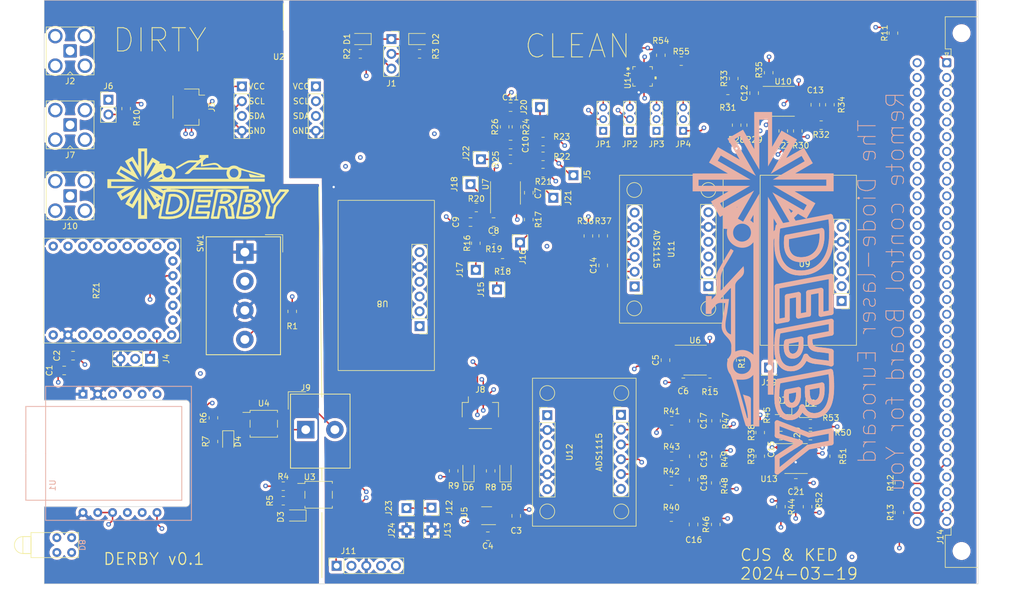
<source format=kicad_pcb>
(kicad_pcb (version 20221018) (generator pcbnew)

  (general
    (thickness 1.6)
  )

  (paper "A4")
  (layers
    (0 "F.Cu" power "GND1")
    (1 "In1.Cu" power "Vcc1")
    (2 "In2.Cu" signal "Sig1")
    (3 "In3.Cu" signal "Sig2")
    (4 "In4.Cu" power "Vcc2")
    (31 "B.Cu" power "GND2")
    (32 "B.Adhes" user "B.Adhesive")
    (33 "F.Adhes" user "F.Adhesive")
    (34 "B.Paste" user)
    (35 "F.Paste" user)
    (36 "B.SilkS" user "B.Silkscreen")
    (37 "F.SilkS" user "F.Silkscreen")
    (38 "B.Mask" user)
    (39 "F.Mask" user)
    (40 "Dwgs.User" user "User.Drawings")
    (41 "Cmts.User" user "User.Comments")
    (42 "Eco1.User" user "User.Eco1")
    (43 "Eco2.User" user "User.Eco2")
    (44 "Edge.Cuts" user)
    (45 "Margin" user)
    (46 "B.CrtYd" user "B.Courtyard")
    (47 "F.CrtYd" user "F.Courtyard")
    (48 "B.Fab" user)
    (49 "F.Fab" user)
    (50 "User.1" user)
    (51 "User.2" user)
    (52 "User.3" user)
    (53 "User.4" user)
    (54 "User.5" user)
    (55 "User.6" user)
    (56 "User.7" user)
    (57 "User.8" user)
    (58 "User.9" user)
  )

  (setup
    (stackup
      (layer "F.SilkS" (type "Top Silk Screen"))
      (layer "F.Paste" (type "Top Solder Paste"))
      (layer "F.Mask" (type "Top Solder Mask") (thickness 0.01))
      (layer "F.Cu" (type "copper") (thickness 0.035))
      (layer "dielectric 1" (type "prepreg") (thickness 0.1) (material "FR4") (epsilon_r 4.5) (loss_tangent 0.02))
      (layer "In1.Cu" (type "copper") (thickness 0.035))
      (layer "dielectric 2" (type "core") (thickness 0.535) (material "FR4") (epsilon_r 4.5) (loss_tangent 0.02))
      (layer "In2.Cu" (type "copper") (thickness 0.035))
      (layer "dielectric 3" (type "prepreg") (thickness 0.1) (material "FR4") (epsilon_r 4.5) (loss_tangent 0.02))
      (layer "In3.Cu" (type "copper") (thickness 0.035))
      (layer "dielectric 4" (type "core") (thickness 0.535) (material "FR4") (epsilon_r 4.5) (loss_tangent 0.02))
      (layer "In4.Cu" (type "copper") (thickness 0.035))
      (layer "dielectric 5" (type "prepreg") (thickness 0.1) (material "FR4") (epsilon_r 4.5) (loss_tangent 0.02))
      (layer "B.Cu" (type "copper") (thickness 0.035))
      (layer "B.Mask" (type "Bottom Solder Mask") (thickness 0.01))
      (layer "B.Paste" (type "Bottom Solder Paste"))
      (layer "B.SilkS" (type "Bottom Silk Screen"))
      (copper_finish "None")
      (dielectric_constraints no)
    )
    (pad_to_mask_clearance 0)
    (pcbplotparams
      (layerselection 0x00010fc_ffffffff)
      (plot_on_all_layers_selection 0x0000000_00000000)
      (disableapertmacros false)
      (usegerberextensions false)
      (usegerberattributes true)
      (usegerberadvancedattributes true)
      (creategerberjobfile true)
      (dashed_line_dash_ratio 12.000000)
      (dashed_line_gap_ratio 3.000000)
      (svgprecision 6)
      (plotframeref false)
      (viasonmask false)
      (mode 1)
      (useauxorigin false)
      (hpglpennumber 1)
      (hpglpenspeed 20)
      (hpglpendiameter 15.000000)
      (dxfpolygonmode true)
      (dxfimperialunits true)
      (dxfusepcbnewfont true)
      (psnegative false)
      (psa4output false)
      (plotreference true)
      (plotvalue true)
      (plotinvisibletext false)
      (sketchpadsonfab false)
      (subtractmaskfromsilk false)
      (outputformat 1)
      (mirror false)
      (drillshape 1)
      (scaleselection 1)
      (outputdirectory "")
    )
  )

  (net 0 "")
  (net 1 "GND")
  (net 2 "Net-(J17-Pin_1)")
  (net 3 "Net-(J18-Pin_1)")
  (net 4 "Net-(J20-Pin_1)")
  (net 5 "Net-(J22-Pin_1)")
  (net 6 "Net-(U10A--)")
  (net 7 "Net-(U10B--)")
  (net 8 "Net-(JP3-A)")
  (net 9 "+3.3V")
  (net 10 "Net-(JP4-C)")
  (net 11 "Net-(JP3-C)")
  (net 12 "Net-(U13A--)")
  (net 13 "Net-(U13B-+)")
  (net 14 "Net-(U13A-+)")
  (net 15 "Net-(U13B--)")
  (net 16 "Net-(D1-A)")
  (net 17 "Net-(D2-A)")
  (net 18 "Net-(D3-A)")
  (net 19 "Net-(D4-A)")
  (net 20 "Net-(D5-A)")
  (net 21 "Net-(D6-A)")
  (net 22 "Net-(D7-A)")
  (net 23 "Net-(D8-K1)")
  (net 24 "+5V")
  (net 25 "Net-(D8-K2)")
  (net 26 "GNDA")
  (net 27 "+3.3VA")
  (net 28 "/Backplane ADC/Backplane SDA")
  (net 29 "/Backplane ADC/Backplane SCL")
  (net 30 "Net-(D9-A)")
  (net 31 "Net-(J3-Pin_2)")
  (net 32 "Net-(J3-Pin_3)")
  (net 33 "Net-(J4-Pin_1)")
  (net 34 "Net-(J6-Pin_1)")
  (net 35 "Net-(J6-Pin_2)")
  (net 36 "Net-(J14-Pin_a1)")
  (net 37 "/Error signal/Error ALERT{slash}RDY")
  (net 38 "unconnected-(J14-Pin_a2-Pada2)")
  (net 39 "unconnected-(J14-Pin_a3-Pada3)")
  (net 40 "unconnected-(J14-Pin_a4-Pada4)")
  (net 41 "unconnected-(J14-Pin_a5-Pada5)")
  (net 42 "unconnected-(J14-Pin_a6-Pada6)")
  (net 43 "unconnected-(J14-Pin_a8-Pada8)")
  (net 44 "unconnected-(J14-Pin_a9-Pada9)")
  (net 45 "unconnected-(J14-Pin_a10-Pada10)")
  (net 46 "-15V")
  (net 47 "unconnected-(J14-Pin_a11-Pada11)")
  (net 48 "unconnected-(J14-Pin_a12-Pada12)")
  (net 49 "unconnected-(J14-Pin_a13-Pada13)")
  (net 50 "unconnected-(J14-Pin_a14-Pada14)")
  (net 51 "unconnected-(J14-Pin_a15-Pada15)")
  (net 52 "unconnected-(J14-Pin_a16-Pada16)")
  (net 53 "+15V")
  (net 54 "unconnected-(J14-Pin_a17-Pada17)")
  (net 55 "unconnected-(J14-Pin_a18-Pada18)")
  (net 56 "unconnected-(J14-Pin_a20-Pada20)")
  (net 57 "/Backplane ADC/I_act ch1")
  (net 58 "Net-(C12-Pad2)")
  (net 59 "unconnected-(J14-Pin_a22-Pada22)")
  (net 60 "unconnected-(J14-Pin_a23-Pada23)")
  (net 61 "unconnected-(J14-Pin_a24-Pada24)")
  (net 62 "unconnected-(J14-Pin_a25-Pada25)")
  (net 63 "unconnected-(J14-Pin_a26-Pada26)")
  (net 64 "Net-(J14-Pin_a28)")
  (net 65 "unconnected-(J14-Pin_a29-Pada29)")
  (net 66 "Net-(J14-Pin_a31)")
  (net 67 "unconnected-(J14-Pin_a32-Pada32)")
  (net 68 "Net-(C16-Pad1)")
  (net 69 "Net-(C17-Pad1)")
  (net 70 "unconnected-(J14-Pin_c1-Padc1)")
  (net 71 "unconnected-(J14-Pin_c2-Padc2)")
  (net 72 "unconnected-(J14-Pin_c3-Padc3)")
  (net 73 "Net-(R4-Pad2)")
  (net 74 "unconnected-(J14-Pin_c4-Padc4)")
  (net 75 "Net-(R6-Pad2)")
  (net 76 "unconnected-(J14-Pin_c5-Padc5)")
  (net 77 "unconnected-(J14-Pin_c6-Padc6)")
  (net 78 "unconnected-(J14-Pin_c7-Padc7)")
  (net 79 "unconnected-(J14-Pin_c8-Padc8)")
  (net 80 "GNDPWR")
  (net 81 "unconnected-(J14-Pin_c9-Padc9)")
  (net 82 "unconnected-(J14-Pin_c10-Padc10)")
  (net 83 "unconnected-(J14-Pin_c11-Padc11)")
  (net 84 "unconnected-(J14-Pin_c12-Padc12)")
  (net 85 "unconnected-(J14-Pin_c13-Padc13)")
  (net 86 "Net-(C20-Pad2)")
  (net 87 "unconnected-(J14-Pin_c14-Padc14)")
  (net 88 "Net-(C15-Pad2)")
  (net 89 "unconnected-(J14-Pin_c15-Padc15)")
  (net 90 "unconnected-(J14-Pin_c16-Padc16)")
  (net 91 "/Backplane ADC/Error beep")
  (net 92 "unconnected-(J14-Pin_c17-Padc17)")
  (net 93 "/Scan mod/Scan mod out")
  (net 94 "unconnected-(J14-Pin_c18-Padc18)")
  (net 95 "/Backplane ADC/I_act ch2")
  (net 96 "unconnected-(J14-Pin_c19-Padc19)")
  (net 97 "/Scan mod/Scan mod in")
  (net 98 "unconnected-(J14-Pin_c20-Padc20)")
  (net 99 "unconnected-(J14-Pin_c22-Padc22)")
  (net 100 "unconnected-(J14-Pin_c23-Padc23)")
  (net 101 "unconnected-(J14-Pin_c24-Padc24)")
  (net 102 "/Current mod/Current mod out")
  (net 103 "/Backplane ADC/I_set ch1")
  (net 104 "unconnected-(J14-Pin_c25-Padc25)")
  (net 105 "GNDREF")
  (net 106 "unconnected-(J14-Pin_c26-Padc26)")
  (net 107 "Net-(J9-Pad1)")
  (net 108 "Net-(J9-Pad2)")
  (net 109 "unconnected-(J14-Pin_c27-Padc27)")
  (net 110 "Net-(J14-Pin_c28)")
  (net 111 "unconnected-(J14-Pin_c29-Padc29)")
  (net 112 "unconnected-(J14-Pin_c30-Padc30)")
  (net 113 "unconnected-(J14-Pin_c31-Padc31)")
  (net 114 "unconnected-(J14-Pin_c32-Padc32)")
  (net 115 "Net-(J15-Pin_1)")
  (net 116 "Net-(J16-Pin_1)")
  (net 117 "Net-(J19-Pin_1)")
  (net 118 "Net-(J21-Pin_1)")
  (net 119 "Net-(JP1-A)")
  (net 120 "Net-(JP1-B)")
  (net 121 "Net-(JP2-A)")
  (net 122 "Net-(JP2-B)")
  (net 123 "Net-(JP3-B)")
  (net 124 "Net-(JP4-A)")
  (net 125 "Net-(JP4-B)")
  (net 126 "Net-(SW1-A)")
  (net 127 "Net-(RZ1-GP5)")
  (net 128 "Net-(RZ1-GP2)")
  (net 129 "Net-(RZ1-GP3)")
  (net 130 "Net-(U6B-+)")
  (net 131 "Net-(U10B-+)")
  (net 132 "Net-(U10A-+)")
  (net 133 "Net-(U11-AIN2)")
  (net 134 "Net-(U12-AIN3)")
  (net 135 "Net-(U12-AIN2)")
  (net 136 "Net-(U12-AIN1)")
  (net 137 "Net-(U12-AIN0)")
  (net 138 "Net-(U14-VOCM)")
  (net 139 "Net-(RZ1-GP4)")
  (net 140 "unconnected-(RZ1-GP6-Pad7)")
  (net 141 "unconnected-(RZ1-GP7-Pad8)")
  (net 142 "unconnected-(RZ1-GP8-Pad9)")
  (net 143 "unconnected-(RZ1-GP9-Pad10)")
  (net 144 "Net-(RZ1-GP10)")
  (net 145 "Net-(RZ1-GP11)")
  (net 146 "Net-(RZ1-GP12)")
  (net 147 "Net-(RZ1-GP13)")
  (net 148 "Net-(RZ1-GP14)")
  (net 149 "unconnected-(RZ1-GP26-Pad17)")
  (net 150 "unconnected-(RZ1-GP27-Pad18)")
  (net 151 "unconnected-(RZ1-GP28-Pad19)")
  (net 152 "unconnected-(RZ1-GP29-Pad20)")
  (net 153 "unconnected-(U1-~{INTn}-Pad6)")
  (net 154 "unconnected-(U1-NC-Pad9)")
  (net 155 "unconnected-(U5-NC-Pad4)")
  (net 156 "Net-(U6B--)")
  (net 157 "unconnected-(U9-A0-Pad6)")
  (net 158 "unconnected-(U12-ALERT{slash}RDY-Pad2)")
  (net 159 "unconnected-(U14-RG-Pad2)")
  (net 160 "unconnected-(U14-RG-Pad3)")
  (net 161 "unconnected-(U14-FDA_IN+-Pad6)")
  (net 162 "unconnected-(U14-NC-Pad8)")
  (net 163 "unconnected-(U14-G02-Pad9)")
  (net 164 "/Error signal/Error in+")
  (net 165 "/Error signal/Error in-")
  (net 166 "unconnected-(U14-G02+-Pad12)")
  (net 167 "unconnected-(U14-FDA_IN-Pad15)")
  (net 168 "unconnected-(U14-EPAD-Pad17)")

  (footprint "breakout_board:RP2040-Zero" (layer "F.Cu") (at 97.24 83.676 90))

  (footprint "Resistor_SMD:R_0805_2012Metric_Pad1.20x1.40mm_HandSolder" (layer "F.Cu") (at 152.408 69.912))

  (footprint "Connector_PinSocket_2.54mm:PinSocket_1x01_P2.54mm_Vertical" (layer "F.Cu") (at 148.701 52.135 90))

  (footprint "Capacitor_SMD:C_0805_2012Metric_Pad1.18x1.45mm_HandSolder" (layer "F.Cu") (at 149.8815 116.84 180))

  (footprint "Capacitor_SMD:C_0805_2012Metric_Pad1.18x1.45mm_HandSolder" (layer "F.Cu") (at 153.781 49.595 180))

  (footprint "Capacitor_SMD:C_0805_2012Metric_Pad1.18x1.45mm_HandSolder" (layer "F.Cu") (at 205.2105 99.568 180))

  (footprint "Package_SO:SO-4_4.4x4.3mm_P2.54mm" (layer "F.Cu") (at 120.856 109.728))

  (footprint "Resistor_SMD:R_0805_2012Metric_Pad1.20x1.40mm_HandSolder" (layer "F.Cu") (at 150.368 105.63 90))

  (footprint "Capacitor_SMD:C_0805_2012Metric_Pad1.18x1.45mm_HandSolder" (layer "F.Cu") (at 150.8705 62.912 180))

  (footprint "Resistor_SMD:R_0805_2012Metric_Pad1.20x1.40mm_HandSolder" (layer "F.Cu") (at 87.844 43.434 90))

  (footprint "Capacitor_SMD:C_0805_2012Metric_Pad1.18x1.45mm_HandSolder" (layer "F.Cu") (at 185.166 107.13 -90))

  (footprint "LED_SMD:LED_0805_2012Metric_Pad1.15x1.40mm_HandSolder" (layer "F.Cu") (at 205.223 95.504))

  (footprint "Capacitor_SMD:C_0805_2012Metric_Pad1.18x1.45mm_HandSolder" (layer "F.Cu") (at 185.22 97.028 -90))

  (footprint "Resistor_SMD:R_0805_2012Metric_Pad1.20x1.40mm_HandSolder" (layer "F.Cu") (at 128.016 34.036 180))

  (footprint "Connector_PinSocket_2.54mm:PinSocket_1x01_P2.54mm_Vertical" (layer "F.Cu") (at 146.908 56.412 90))

  (footprint "breakout_board:Adafruit_MCP4725" (layer "F.Cu") (at 131.826 74.422 180))

  (footprint "Connector_JST:JST_SH_SM04B-SRSS-TB_1x04-1MP_P1.00mm_Horizontal" (layer "F.Cu") (at 148.596 95.661))

  (footprint "LED_SMD:LED_0805_2012Metric_Pad1.15x1.40mm_HandSolder" (layer "F.Cu") (at 200.161 94.996 180))

  (footprint "Capacitor_SMD:C_0805_2012Metric_Pad1.18x1.45mm_HandSolder" (layer "F.Cu") (at 195.556 40.774 90))

  (footprint "TerminalBlock_Altech:Altech_AK300_1x04_P5.00mm_45-Degree" (layer "F.Cu") (at 108.204 68.072 -90))

  (footprint "TerminalBlock_Altech:Altech_AK300_1x02_P5.00mm_45-Degree" (layer "F.Cu") (at 118.647 98.552))

  (footprint "breakout_board:Adafruit_ADS1115" (layer "F.Cu") (at 181.356 67.564 180))

  (footprint "Resistor_SMD:R_0805_2012Metric_Pad1.20x1.40mm_HandSolder" (layer "F.Cu") (at 102.819 100.584 90))

  (footprint "Connector_PinHeader_2.00mm:PinHeader_1x03_P2.00mm_Vertical" (layer "F.Cu") (at 169.672 47.244 180))

  (footprint "Resistor_SMD:R_0805_2012Metric_Pad1.20x1.40mm_HandSolder" (layer "F.Cu") (at 138.176 34.036))

  (footprint "Resistor_SMD:R_0805_2012Metric_Pad1.20x1.40mm_HandSolder" (layer "F.Cu") (at 154.797 46.563 -90))

  (footprint "LED_SMD:LED_0805_2012Metric_Pad1.15x1.40mm_HandSolder" (layer "F.Cu") (at 116.849 113.284 180))

  (footprint "Resistor_SMD:R_0805_2012Metric_Pad1.20x1.40mm_HandSolder" (layer "F.Cu") (at 209.296 103.108 -90))

  (footprint "Connector_PinSocket_2.54mm:PinSocket_1x01_P2.54mm_Vertical" (layer "F.Cu") (at 164.56 54.864 90))

  (footprint "Connector_DIN:DIN41612_C_2x32_Male_Horizontal_THT" (layer "F.Cu") (at 228.6 35.56 -90))

  (footprint "Resistor_SMD:R_0805_2012Metric_Pad1.20x1.40mm_HandSolder" (layer "F.Cu") (at 187.976 90.424 180))

  (footprint "Capacitor_SMD:C_0805_2012Metric_Pad1.18x1.45mm_HandSolder" (layer "F.Cu") (at 146.908 62.912))

  (footprint "LED_SMD:LED_0805_2012Metric_Pad1.15x1.40mm_HandSolder" (layer "F.Cu") (at 152.908 105.655 90))

  (footprint "Package_SO:SOIC-8_3.9x4.9mm_P1.27mm" (layer "F.Cu") (at 185.436 86.614))

  (footprint "Resistor_SMD:R_0805_2012Metric_Pad1.20x1.40mm_HandSolder" (layer "F.Cu") (at 191.056 41.774))

  (footprint "Capacitor_SMD:C_0805_2012Metric_Pad1.18x1.45mm_HandSolder" (layer "F.Cu") (at 183.4095 90.424 180))

  (footprint "Capacitor_SMD:C_0805_2012Metric_Pad1.18x1.45mm_HandSolder" (layer "F.Cu") (at 77.216 88.392 180))

  (footprint "Resistor_SMD:R_0805_2012Metric_Pad1.20x1.40mm_HandSolder" (layer "F.Cu") (at 152.765 46.563 90))

  (footprint "Resistor_SMD:R_0805_2012Metric_Pad1.20x1.40mm_HandSolder" (layer "F.Cu") (at 179.556 34.274 -90))

  (footprint "Resistor_SMD:R_0805_2012Metric_Pad1.20x1.40mm_HandSolder" (layer "F.Cu") (at 189.03 103.1185 90))

  (footprint "Resistor_SMD:R_0805_2012Metric_Pad1.20x1.40mm_HandSolder" (layer "F.Cu") (at 167.132 65.294 90))

  (footprint "LED_SMD:LED_0805_2012Metric_Pad1.15x1.40mm_HandSolder" (layer "F.Cu")
    (tstamp 5909e684-72e3-487b-9784-55d9f6321063)
    (at 138.176 31.496)
    (descr "LED SMD 0805 (2012 Metric), square (rectangular) end terminal, IPC_7351 nominal, (Body size source: https://docs.google.com/spreadsheets/d/1BsfQQcO9C6DZCsRaXUlFlo91Tg2WpOkGARC1WS5S8t0/edit?usp=sharing), generated with kicad-footprint-generator")
    (tags "LED handsolder")
    (property "Sheetfile" "derby.kicad_sch")
    (property "Sheetname" "")
    (property "ki_description" "Light emitting diode")
    (property "ki_keywords" "LED diode")
    (path "/1676d269-3176-465d-8c02-c2ffcc6a3494")
    (attr smd)
    (fp_text reference "D2" (at 2.785 0 -90) (layer "F.SilkS")
        (effects (font (size 1 1) (thickness 0.15)))
      (tstamp 772a1bd7-106e-477f-a6c7-01bed7963c66)
    )
    (fp_text value "LED" (at 0 -1.27) (layer "F.Fab")
        (effects (font (size 1 1) (thickness 0.15)))
      (tstamp 97ea9bbc-4d4b-43e0-b2d4-dddf04ead522)
    )
    (fp_text user "${REFERENCE}" (at 0 0) (layer "F.Fab")
        (effects (font (size 0.5 0.5) (thickness 0.08)))
      (tstamp 192153b2-7a0d-404d-990a-01831efc02fe)
    )
    (fp_line (start -1.86 -0.96) (end -1.86 0.96)
      (stroke (width 0.12) (type solid)) (layer "F.SilkS") (tstamp 40549456-c412-4d43-a782-93935c1789e8))
    (fp_line (start -1.86 0.96) (end 1 0.96)
      (stroke (width 0.12) (type solid)) (layer "F.SilkS") (tstamp ed1b56a2-3c5c-4946-b609-5c319db23d98))
    (fp_line (start 1 -0.96) (end -1.86 -0.96)
      (stroke (width 0.12) (type solid)) (layer "F.SilkS") (tstamp ec66b11d-340c-41c0-9811-6704494185e8))
    (fp_line (start -1.85 -0.95) (end 1.85 -0.95)
      (stroke (width 0.05) (type solid)) (layer "F.CrtYd") (tstamp b7c6620d-b6bf-4b9f-8b78-5ff3af9eb3a6))
    (fp_line (start -1.85 0.95) (end -1.85 -0.95)
      (stroke (width 0.05) (type solid)) (layer "F.CrtYd") (tstamp 6536044f-9a51-4c61-a435-b0f07822d4d7))
    (fp_line (start 1.85 -0.95) (end 1.85 0.95)
      (stroke (width 0.05) (type solid)) (layer "F.CrtYd") (tstamp a5de5be2-1ba7-4d76-b08c-1242f956e1d7))
    (fp_line (start 1.85 0.95) (end -1.85 0.95)
      (stroke (width 0.05) (type solid)) (layer "F.CrtYd") (tstamp 1c37a646-e26b-4b09-8907-142a301d37cd))
    (fp_line (start -1 -0.3) (end -1 0.6)
      (stroke (width 0.1) (type solid)) (layer "F.Fab") (tstamp 279b0917-7410-4b45-a4c5-61afa0246c8c))
    (fp_line (start -1 0.6) (end 1 0.6)
      (stroke (width 0.1) (type solid)) (layer "F.Fab") (tstamp c185718c-7e7d-435f-bed7-2f6461688d5c))
    (fp_line (start -0.7 -0.6) (end -1 -0.3)
      (stroke (width 0.1) (type solid)) (layer "F.Fab") (tstamp c32b1d43-f110-4143-b63f-698e3b1777a9))
    (fp_line (start 1 -0.6) (end -0.7 -0.6)
      (stroke (width 0.1) (type solid)) (layer "F.Fab") (tstamp a8a013ce-9c6c-422c-922d-0de9a99bc20d))
    (fp_line (start 1 0.6) (end 1 -0.6)
      (stroke (width 0.1) (type solid)) (layer "F.Fab") (tstamp 8fb65ba6-13ef-4e89-8560-682b92e88fb6))
    (pad "1" smd roundrect (at -1.025 0) (size 1.15 1.4) (layers "F.Cu" "F.Paste" "F.Mask") (roundrect_rratio 0.217391)
      (net 1 "GND") (pinfunction "K") (pintype "passive") (tstamp dfa353f5-21ca-4239-af5c-c83c1ce8b16e))
    (pad "2" smd roundrect (at 1.025 0) (size 1.15 1.4) (layers "F.Cu" "F.Paste" "F.Mask") (roundrect_rratio 0.217391)
      (net 17 "Net-(D2-A)") (pinfunction "A") (pintype "passive") (tstamp d751ea70-f8ef-4577-8099-9bc09492c06f))
    (model "${KICAD6_3DMODEL_DIR}/LED_SMD.3dshapes/LED_0805_2012Metric.wrl"
      (offset (xyz 0 0 0))
   
... [2835605 chars truncated]
</source>
